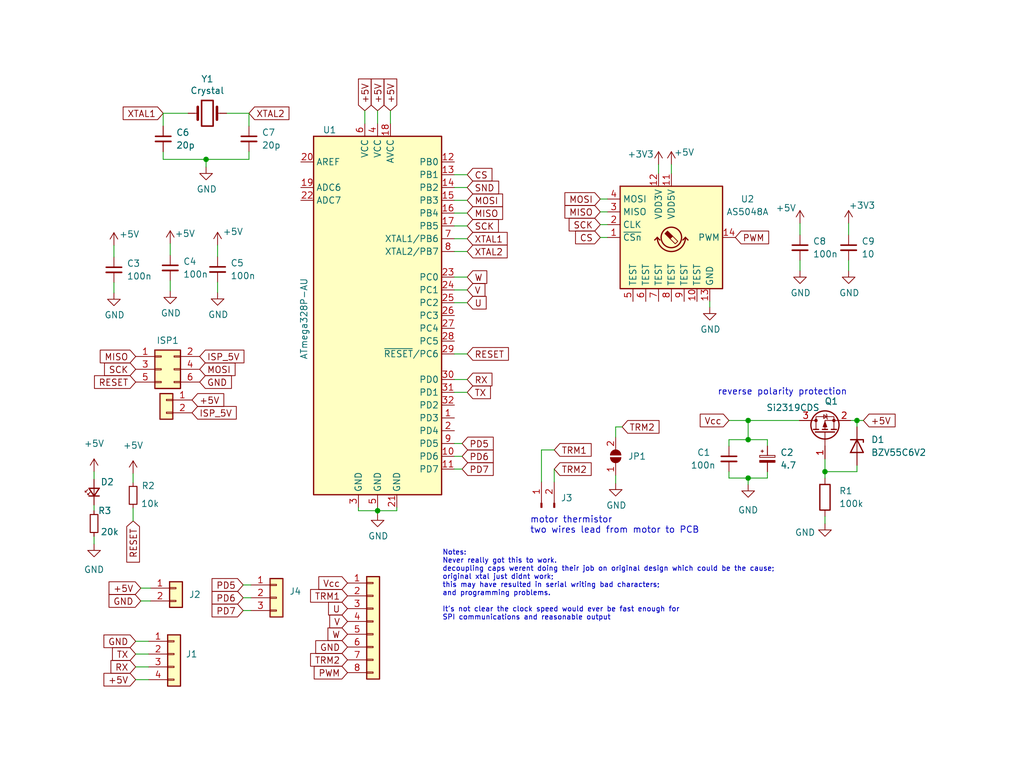
<source format=kicad_sch>
(kicad_sch (version 20211123) (generator eeschema)
  (paper "User" 203.2 152.4)
  (lib_symbols
    (symbol "Connector:Conn_01x02_Male" (pin_names (offset 1.016) hide)
      (property "Reference" "J" (at 0 2.54 0))
      (property "Value" "Conn_01x02_Male" (at 0 -5.08 0))
      (symbol "Conn_01x02_Male_1_1"
        (polyline (pts (xy 1.27 -2.54) (xy 0.8636 -2.54)) (stroke (width 0.1524)))
        (polyline (pts (xy 1.27 0) (xy 0.8636 0)) (stroke (width 0.1524)))
        (rectangle (start 0.8636 -2.413) (end 0 -2.667) (stroke (width 0.1524)) (fill (type outline)))
        (rectangle (start 0.8636 0.127) (end 0 -0.127) (stroke (width 0.1524)) (fill (type outline)))
        (pin passive line (at 5.08 0 180) (length 3.81) (name "Pin_1") (number "1"))
        (pin passive line (at 5.08 -2.54 180) (length 3.81) (name "Pin_2") (number "2"))
      )
    )
    (symbol "Connector_Generic:Conn_01x02" (pin_names (offset 1.016) hide)
      (property "Reference" "J" (at 0 2.54 0))
      (property "Value" "Conn_01x02" (at 0 -5.08 0))
      (symbol "Conn_01x02_1_1"
        (rectangle (start -1.27 -2.413) (end 0 -2.667) (stroke (width 0.1524)))
        (rectangle (start -1.27 0.127) (end 0 -0.127) (stroke (width 0.1524)))
        (rectangle (start -1.27 1.27) (end 1.27 -3.81) (stroke (width 0.254)) (fill (type background)))
        (pin passive line (at -5.08 0 0) (length 3.81) (name "Pin_1") (number "1"))
        (pin passive line (at -5.08 -2.54 0) (length 3.81) (name "Pin_2") (number "2"))
      )
    )
    (symbol "Connector_Generic:Conn_01x03" (pin_names (offset 1.016) hide)
      (property "Reference" "J" (at 0 5.08 0))
      (property "Value" "Conn_01x03" (at 0 -5.08 0))
      (symbol "Conn_01x03_1_1"
        (rectangle (start -1.27 -2.413) (end 0 -2.667) (stroke (width 0.1524)))
        (rectangle (start -1.27 0.127) (end 0 -0.127) (stroke (width 0.1524)))
        (rectangle (start -1.27 2.667) (end 0 2.413) (stroke (width 0.1524)))
        (rectangle (start -1.27 3.81) (end 1.27 -3.81) (stroke (width 0.254)) (fill (type background)))
        (pin passive line (at -5.08 2.54 0) (length 3.81) (name "Pin_1") (number "1"))
        (pin passive line (at -5.08 0 0) (length 3.81) (name "Pin_2") (number "2"))
        (pin passive line (at -5.08 -2.54 0) (length 3.81) (name "Pin_3") (number "3"))
      )
    )
    (symbol "Connector_Generic:Conn_01x04" (pin_names (offset 1.016) hide)
      (property "Reference" "J" (at 0 5.08 0))
      (property "Value" "Conn_01x04" (at 0 -7.62 0))
      (symbol "Conn_01x04_1_1"
        (rectangle (start -1.27 -4.953) (end 0 -5.207) (stroke (width 0.1524)))
        (rectangle (start -1.27 -2.413) (end 0 -2.667) (stroke (width 0.1524)))
        (rectangle (start -1.27 0.127) (end 0 -0.127) (stroke (width 0.1524)))
        (rectangle (start -1.27 2.667) (end 0 2.413) (stroke (width 0.1524)))
        (rectangle (start -1.27 3.81) (end 1.27 -6.35) (stroke (width 0.254)) (fill (type background)))
        (pin passive line (at -5.08 2.54 0) (length 3.81) (name "Pin_1") (number "1"))
        (pin passive line (at -5.08 0 0) (length 3.81) (name "Pin_2") (number "2"))
        (pin passive line (at -5.08 -2.54 0) (length 3.81) (name "Pin_3") (number "3"))
        (pin passive line (at -5.08 -5.08 0) (length 3.81) (name "Pin_4") (number "4"))
      )
    )
    (symbol "Connector_Generic:Conn_01x08" (pin_names (offset 1.016) hide)
      (property "Reference" "J" (at 0 10.16 0))
      (property "Value" "Conn_01x08" (at 0 -12.7 0))
      (symbol "Conn_01x08_1_1"
        (rectangle (start -1.27 -10.033) (end 0 -10.287) (stroke (width 0.1524)))
        (rectangle (start -1.27 -7.493) (end 0 -7.747) (stroke (width 0.1524)))
        (rectangle (start -1.27 -4.953) (end 0 -5.207) (stroke (width 0.1524)))
        (rectangle (start -1.27 -2.413) (end 0 -2.667) (stroke (width 0.1524)))
        (rectangle (start -1.27 0.127) (end 0 -0.127) (stroke (width 0.1524)))
        (rectangle (start -1.27 2.667) (end 0 2.413) (stroke (width 0.1524)))
        (rectangle (start -1.27 5.207) (end 0 4.953) (stroke (width 0.1524)))
        (rectangle (start -1.27 7.747) (end 0 7.493) (stroke (width 0.1524)))
        (rectangle (start -1.27 8.89) (end 1.27 -11.43) (stroke (width 0.254)) (fill (type background)))
        (pin passive line (at -5.08 7.62 0) (length 3.81) (name "Pin_1") (number "1"))
        (pin passive line (at -5.08 5.08 0) (length 3.81) (name "Pin_2") (number "2"))
        (pin passive line (at -5.08 2.54 0) (length 3.81) (name "Pin_3") (number "3"))
        (pin passive line (at -5.08 0 0) (length 3.81) (name "Pin_4") (number "4"))
        (pin passive line (at -5.08 -2.54 0) (length 3.81) (name "Pin_5") (number "5"))
        (pin passive line (at -5.08 -5.08 0) (length 3.81) (name "Pin_6") (number "6"))
        (pin passive line (at -5.08 -7.62 0) (length 3.81) (name "Pin_7") (number "7"))
        (pin passive line (at -5.08 -10.16 0) (length 3.81) (name "Pin_8") (number "8"))
      )
    )
    (symbol "Connector_Generic:Conn_02x03_Odd_Even" (pin_names (offset 1.016) hide)
      (property "Reference" "ISP1" (at 1.27 5.715 0))
      (symbol "Conn_02x03_Odd_Even_1_1"
        (rectangle (start -1.27 -2.413) (end 0 -2.667) (stroke (width 0.1524)))
        (rectangle (start -1.27 0.127) (end 0 -0.127) (stroke (width 0.1524)))
        (rectangle (start -1.27 2.667) (end 0 2.413) (stroke (width 0.1524)))
        (rectangle (start -1.27 3.81) (end 3.81 -3.81) (stroke (width 0.254)) (fill (type background)))
        (rectangle (start 3.81 -2.413) (end 2.54 -2.667) (stroke (width 0.1524)))
        (rectangle (start 3.81 0.127) (end 2.54 -0.127) (stroke (width 0.1524)))
        (rectangle (start 3.81 2.667) (end 2.54 2.413) (stroke (width 0.1524)))
        (pin passive line (at -5.08 2.54 0) (length 3.81) (name "Pin_1") (number "1"))
        (pin passive line (at 7.62 2.54 180) (length 3.81) (name "Pin_2") (number "2"))
        (pin passive line (at -5.08 0 0) (length 3.81) (name "Pin_3") (number "3"))
        (pin passive line (at 7.62 0 180) (length 3.81) (name "Pin_4") (number "4"))
        (pin passive line (at -5.08 -2.54 0) (length 3.81) (name "Pin_5") (number "5"))
        (pin passive line (at 7.62 -2.54 180) (length 3.81) (name "Pin_6") (number "6"))
      )
    )
    (symbol "Device:C_Polarized_Small" (pin_numbers hide) (pin_names (offset 0.254) hide)
      (property "Reference" "C" (at 0.254 1.778 0))
      (property "Value" "C_Polarized_Small" (at 0.254 -2.032 0))
      (symbol "C_Polarized_Small_0_1"
        (rectangle (start -1.524 -0.3048) (end 1.524 -0.6858) (fill (type outline)))
        (rectangle (start -1.524 0.6858) (end 1.524 0.3048))
        (polyline (pts (xy -1.27 1.524) (xy -0.762 1.524)))
        (polyline (pts (xy -1.016 1.27) (xy -1.016 1.778)))
      )
      (symbol "C_Polarized_Small_1_1"
        (pin passive line (at 0 2.54 270) (length 1.8542) (name "~") (number "1"))
        (pin passive line (at 0 -2.54 90) (length 1.8542) (name "~") (number "2"))
      )
    )
    (symbol "Device:C_Small" (pin_numbers hide) (pin_names (offset 0.254) hide)
      (property "Reference" "C" (at 0.254 1.778 0))
      (property "Value" "C_Small" (at 0.254 -2.032 0))
      (symbol "C_Small_0_1"
        (polyline (pts (xy -1.524 -0.508) (xy 1.524 -0.508)) (stroke (width 0.3302)))
        (polyline (pts (xy -1.524 0.508) (xy 1.524 0.508)) (stroke (width 0.3048)))
      )
      (symbol "C_Small_1_1"
        (pin passive line (at 0 2.54 270) (length 2.032) (name "~") (number "1"))
        (pin passive line (at 0 -2.54 90) (length 2.032) (name "~") (number "2"))
      )
    )
    (symbol "Device:Crystal" (pin_numbers hide) (pin_names (offset 1.016) hide)
      (property "Reference" "Y" (at 0 3.81 0))
      (property "Value" "Crystal" (at 0 -3.81 0))
      (symbol "Crystal_0_1"
        (rectangle (start -1.143 2.54) (end 1.143 -2.54) (stroke (width 0.3048)))
        (polyline (pts (xy -2.54 0) (xy -1.905 0)))
        (polyline (pts (xy -1.905 -1.27) (xy -1.905 1.27)) (stroke (width 0.508)))
        (polyline (pts (xy 1.905 -1.27) (xy 1.905 1.27)) (stroke (width 0.508)))
        (polyline (pts (xy 2.54 0) (xy 1.905 0)))
      )
      (symbol "Crystal_1_1"
        (pin passive line (at -3.81 0 0) (length 1.27) (name "1") (number "1"))
        (pin passive line (at 3.81 0 180) (length 1.27) (name "2") (number "2"))
      )
    )
    (symbol "Device:LED_Small" (pin_numbers hide) (pin_names (offset 0.254) hide)
      (property "Reference" "D" (at -1.27 3.175 0))
      (property "Value" "LED_Small" (at -4.445 -2.54 0))
      (symbol "LED_Small_0_1"
        (polyline (pts (xy -0.762 -1.016) (xy -0.762 1.016)) (stroke (width 0.254)))
        (polyline (pts (xy 1.016 0) (xy -0.762 0)))
        (polyline (pts (xy 0.762 -1.016) (xy -0.762 0) (xy 0.762 1.016) (xy 0.762 -1.016)) (stroke (width 0.254)))
        (polyline (pts (xy 0 0.762) (xy -0.508 1.27) (xy -0.254 1.27) (xy -0.508 1.27) (xy -0.508 1.016)))
        (polyline (pts (xy 0.508 1.27) (xy 0 1.778) (xy 0.254 1.778) (xy 0 1.778) (xy 0 1.524)))
      )
      (symbol "LED_Small_1_1"
        (pin passive line (at -2.54 0 0) (length 1.778) (name "K") (number "1"))
        (pin passive line (at 2.54 0 180) (length 1.778) (name "A") (number "2"))
      )
    )
    (symbol "Device:R" (pin_numbers hide) (pin_names (offset 0))
      (property "Reference" "R" (at 2.032 0 90))
      (property "Value" "R" (at 0 0 90))
      (symbol "R_0_1"
        (rectangle (start -1.016 -2.54) (end 1.016 2.54) (stroke (width 0.254)))
      )
      (symbol "R_1_1"
        (pin passive line (at 0 3.81 270) (length 1.27) (name "~") (number "1"))
        (pin passive line (at 0 -3.81 90) (length 1.27) (name "~") (number "2"))
      )
    )
    (symbol "Device:R_Small" (pin_numbers hide) (pin_names (offset 0.254) hide)
      (property "Reference" "R" (at 0.762 0.508 0))
      (property "Value" "R_Small" (at 0.762 -1.016 0))
      (symbol "R_Small_0_1"
        (rectangle (start -0.762 1.778) (end 0.762 -1.778) (stroke (width 0.2032)))
      )
      (symbol "R_Small_1_1"
        (pin passive line (at 0 2.54 270) (length 0.762) (name "~") (number "1"))
        (pin passive line (at 0 -2.54 90) (length 0.762) (name "~") (number "2"))
      )
    )
    (symbol "Diode:BZV55B10" (pin_numbers hide) (pin_names hide)
      (property "Reference" "D" (at 0 2.54 0))
      (property "Value" "BZV55B10" (at 0 -2.54 0))
      (symbol "BZV55B10_0_1"
        (polyline (pts (xy 1.27 0) (xy -1.27 0)))
        (polyline (pts (xy -1.27 -1.27) (xy -1.27 1.27) (xy -0.762 1.27)) (stroke (width 0.254)))
        (polyline (pts (xy 1.27 -1.27) (xy 1.27 1.27) (xy -1.27 0) (xy 1.27 -1.27)) (stroke (width 0.254)))
      )
      (symbol "BZV55B10_1_1"
        (pin passive line (at -3.81 0 0) (length 2.54) (name "K") (number "1"))
        (pin passive line (at 3.81 0 180) (length 2.54) (name "A") (number "2"))
      )
    )
    (symbol "Jumper:SolderJumper_2_Open" (pin_names (offset 0) hide)
      (property "Reference" "JP" (at 0 2.032 0))
      (property "Value" "SolderJumper_2_Open" (at 0 -2.54 0))
      (symbol "SolderJumper_2_Open_0_1"
        (arc (start -0.254 1.016) (mid -1.27 0) (end -0.254 -1.016))
        (arc (start -0.254 1.016) (mid -1.27 0) (end -0.254 -1.016) (fill (type outline)))
        (polyline (pts (xy -0.254 1.016) (xy -0.254 -1.016)))
        (polyline (pts (xy 0.254 1.016) (xy 0.254 -1.016)))
        (arc (start 0.254 -1.016) (mid 1.27 0) (end 0.254 1.016))
        (arc (start 0.254 -1.016) (mid 1.27 0) (end 0.254 1.016) (fill (type outline)))
      )
      (symbol "SolderJumper_2_Open_1_1"
        (pin passive line (at -3.81 0 0) (length 2.54) (name "A") (number "1"))
        (pin passive line (at 3.81 0 180) (length 2.54) (name "B") (number "2"))
      )
    )
    (symbol "Sensor_Magnetic:AS5048A"
      (property "Reference" "U" (at -10.16 11.43 0))
      (property "Value" "AS5048A" (at 10.16 11.43 0))
      (symbol "AS5048A_0_1"
        (rectangle (start -10.16 10.16) (end 10.16 -10.16) (stroke (width 0.254)) (fill (type background)))
        (arc (start -2.794 0) (mid 0 -2.794) (end 2.794 0) (stroke (width 0.254)))
        (polyline (pts (xy -2.794 0) (xy -3.302 -0.508)) (stroke (width 0.254)))
        (polyline (pts (xy -2.794 0) (xy -2.286 -0.508)) (stroke (width 0.254)))
        (polyline (pts (xy 2.794 0) (xy 2.286 -0.508)) (stroke (width 0.254)))
        (polyline (pts (xy 2.794 0) (xy 3.302 -0.508)) (stroke (width 0.254)))
      )
      (symbol "AS5048A_1_1"
        (polyline (pts (xy 0.254 0.254) (xy 1.27 -0.762) (xy 0.762 -1.27) (xy -0.254 -0.254)))
        (polyline (pts (xy -0.762 1.27) (xy 0.254 0.254) (xy -0.254 -0.254) (xy -1.27 0.762) (xy -1.016 1.016) (xy -0.762 1.27) (xy -0.635 1.143)) (fill (type outline)))
        (circle (center 0 0) (radius 2.032) (stroke (width 0.254)))
        (pin input line (at -12.7 0 0) (length 2.54) (name "~{CSn}") (number "1"))
        (pin passive line (at 5.08 -12.7 90) (length 2.54) (name "TEST") (number "10"))
        (pin power_in line (at 0 12.7 270) (length 2.54) (name "VDD5V") (number "11"))
        (pin power_in line (at -2.54 12.7 270) (length 2.54) (name "VDD3V") (number "12"))
        (pin power_in line (at 7.62 -12.7 90) (length 2.54) (name "GND") (number "13"))
        (pin output line (at 12.7 0 180) (length 2.54) (name "PWM") (number "14"))
        (pin input line (at -12.7 2.54 0) (length 2.54) (name "CLK") (number "2"))
        (pin output line (at -12.7 5.08 0) (length 2.54) (name "MISO") (number "3"))
        (pin input line (at -12.7 7.62 0) (length 2.54) (name "MOSI") (number "4"))
        (pin passive line (at -7.62 -12.7 90) (length 2.54) (name "TEST") (number "5"))
        (pin passive line (at -5.08 -12.7 90) (length 2.54) (name "TEST") (number "6"))
        (pin passive line (at -2.54 -12.7 90) (length 2.54) (name "TEST") (number "7"))
        (pin passive line (at 0 -12.7 90) (length 2.54) (name "TEST") (number "8"))
        (pin passive line (at 2.54 -12.7 90) (length 2.54) (name "TEST") (number "9"))
      )
    )
    (symbol "Transistor_FET:Si2319CDS" (pin_names hide)
      (property "Reference" "Q" (at 5.08 1.905 0))
      (property "Value" "Si2319CDS" (at 5.08 0 0))
      (symbol "Si2319CDS_0_1"
        (polyline (pts (xy 0.254 0) (xy -2.54 0)))
        (polyline (pts (xy 0.254 1.905) (xy 0.254 -1.905)) (stroke (width 0.254)))
        (polyline (pts (xy 0.762 -1.27) (xy 0.762 -2.286)) (stroke (width 0.254)))
        (polyline (pts (xy 0.762 0.508) (xy 0.762 -0.508)) (stroke (width 0.254)))
        (polyline (pts (xy 0.762 2.286) (xy 0.762 1.27)) (stroke (width 0.254)))
        (polyline (pts (xy 2.54 2.54) (xy 2.54 1.778)))
        (polyline (pts (xy 2.54 -2.54) (xy 2.54 0) (xy 0.762 0)))
        (polyline (pts (xy 0.762 1.778) (xy 3.302 1.778) (xy 3.302 -1.778) (xy 0.762 -1.778)))
        (polyline (pts (xy 2.286 0) (xy 1.27 0.381) (xy 1.27 -0.381) (xy 2.286 0)) (fill (type outline)))
        (polyline (pts (xy 2.794 -0.508) (xy 2.921 -0.381) (xy 3.683 -0.381) (xy 3.81 -0.254)))
        (polyline (pts (xy 3.302 -0.381) (xy 2.921 0.254) (xy 3.683 0.254) (xy 3.302 -0.381)))
        (circle (center 1.651 0) (radius 2.794) (stroke (width 0.254)))
        (circle (center 2.54 -1.778) (radius 0.254) (fill (type outline)))
        (circle (center 2.54 1.778) (radius 0.254) (fill (type outline)))
      )
      (symbol "Si2319CDS_1_1"
        (pin input line (at -5.08 0 0) (length 2.54) (name "G") (number "1"))
        (pin passive line (at 2.54 -5.08 90) (length 2.54) (name "S") (number "2"))
        (pin passive line (at 2.54 5.08 270) (length 2.54) (name "D") (number "3"))
      )
    )
    (symbol "atmega328-rescue:ATmega328P-AU-MCU_Microchip_ATmega"
      (property "Reference" "U" (at -12.7 36.83 0))
      (property "Value" "ATmega328P-AU-MCU_Microchip_ATmega" (at 11.43 -36.83 0))
      (symbol "ATmega328P-AU-MCU_Microchip_ATmega_0_1"
        (rectangle (start -12.7 -35.56) (end 12.7 35.56) (stroke (width 0.254)) (fill (type background)))
      )
      (symbol "ATmega328P-AU-MCU_Microchip_ATmega_1_1"
        (pin bidirectional line (at 15.24 -20.32 180) (length 2.54) (name "PD3") (number "1"))
        (pin bidirectional line (at 15.24 -27.94 180) (length 2.54) (name "PD6") (number "10"))
        (pin bidirectional line (at 15.24 -30.48 180) (length 2.54) (name "PD7") (number "11"))
        (pin bidirectional line (at 15.24 30.48 180) (length 2.54) (name "PB0") (number "12"))
        (pin bidirectional line (at 15.24 27.94 180) (length 2.54) (name "PB1") (number "13"))
        (pin bidirectional line (at 15.24 25.4 180) (length 2.54) (name "PB2") (number "14"))
        (pin bidirectional line (at 15.24 22.86 180) (length 2.54) (name "PB3") (number "15"))
        (pin bidirectional line (at 15.24 20.32 180) (length 2.54) (name "PB4") (number "16"))
        (pin bidirectional line (at 15.24 17.78 180) (length 2.54) (name "PB5") (number "17"))
        (pin power_in line (at 2.54 38.1 270) (length 2.54) (name "AVCC") (number "18"))
        (pin input line (at -15.24 25.4 0) (length 2.54) (name "ADC6") (number "19"))
        (pin bidirectional line (at 15.24 -22.86 180) (length 2.54) (name "PD4") (number "2"))
        (pin passive line (at -15.24 30.48 0) (length 2.54) (name "AREF") (number "20"))
        (pin passive line (at 3.81 -38.1 90) (length 2.54) (name "GND") (number "21"))
        (pin input line (at -15.24 22.86 0) (length 2.54) (name "ADC7") (number "22"))
        (pin bidirectional line (at 15.24 7.62 180) (length 2.54) (name "PC0") (number "23"))
        (pin bidirectional line (at 15.24 5.08 180) (length 2.54) (name "PC1") (number "24"))
        (pin bidirectional line (at 15.24 2.54 180) (length 2.54) (name "PC2") (number "25"))
        (pin bidirectional line (at 15.24 0 180) (length 2.54) (name "PC3") (number "26"))
        (pin bidirectional line (at 15.24 -2.54 180) (length 2.54) (name "PC4") (number "27"))
        (pin bidirectional line (at 15.24 -5.08 180) (length 2.54) (name "PC5") (number "28"))
        (pin bidirectional line (at 15.24 -7.62 180) (length 2.54) (name "~{RESET}/PC6") (number "29"))
        (pin power_in line (at -3.81 -38.1 90) (length 2.54) (name "GND") (number "3"))
        (pin bidirectional line (at 15.24 -12.7 180) (length 2.54) (name "PD0") (number "30"))
        (pin bidirectional line (at 15.24 -15.24 180) (length 2.54) (name "PD1") (number "31"))
        (pin bidirectional line (at 15.24 -17.78 180) (length 2.54) (name "PD2") (number "32"))
        (pin power_in line (at 0 38.1 270) (length 2.54) (name "VCC") (number "4"))
        (pin passive line (at 0 -38.1 90) (length 2.54) (name "GND") (number "5"))
        (pin passive line (at -2.54 38.1 270) (length 2.54) (name "VCC") (number "6"))
        (pin bidirectional line (at 15.24 15.24 180) (length 2.54) (name "XTAL1/PB6") (number "7"))
        (pin bidirectional line (at 15.24 12.7 180) (length 2.54) (name "XTAL2/PB7") (number "8"))
        (pin bidirectional line (at 15.24 -25.4 180) (length 2.54) (name "PD5") (number "9"))
      )
    )
    (symbol "power:+3V3" (power) (pin_names (offset 0))
      (property "Value" "+3V3" (at 0 3.556 0))
      (symbol "+3V3_0_1"
        (polyline (pts (xy -0.762 1.27) (xy 0 2.54)))
        (polyline (pts (xy 0 0) (xy 0 2.54)))
        (polyline (pts (xy 0 2.54) (xy 0.762 1.27)))
      )
      (symbol "+3V3_1_1"
        (pin power_in line (at 0 0 90) (length 0) hide (name "+3V3") (number "1"))
      )
    )
    (symbol "power:+5V" (power) (pin_names (offset 0))
      (property "Value" "+5V" (at 0 3.556 0))
      (symbol "+5V_0_1"
        (polyline (pts (xy -0.762 1.27) (xy 0 2.54)))
        (polyline (pts (xy 0 0) (xy 0 2.54)))
        (polyline (pts (xy 0 2.54) (xy 0.762 1.27)))
      )
      (symbol "+5V_1_1"
        (pin power_in line (at 0 0 90) (length 0) hide (name "+5V") (number "1"))
      )
    )
    (symbol "power:GND" (power) (pin_names (offset 0))
      (property "Value" "GND" (at 0 -3.81 0))
      (symbol "GND_0_1"
        (polyline (pts (xy 0 0) (xy 0 -1.27) (xy 1.27 -1.27) (xy 0 -2.54) (xy -1.27 -1.27) (xy 0 -1.27)))
      )
      (symbol "GND_1_1"
        (pin power_in line (at 0 0 270) (length 0) hide (name "GND") (number "1"))
      )
    )
  )
  (junction (at 163.703 93.599))
  (junction (at 40.894 31.623))
  (junction (at 148.463 87.249))
  (junction (at 170.053 83.439))
  (junction (at 74.93 101.346))
  (junction (at 148.463 83.439))
  (junction (at 148.463 94.869))
  (wire (pts (xy 33.782 55.7012) (xy 33.782 57.7332)))
  (wire (pts (xy 122.174 84.709) (xy 122.174 86.741)))
  (wire (pts (xy 43.18 56.007) (xy 43.18 58.039)))
  (wire (pts (xy 163.703 93.599) (xy 163.703 94.869)))
  (wire (pts (xy 152.273 88.519) (xy 152.273 87.249)))
  (wire (pts (xy 92.71 34.671) (xy 90.17 34.671)))
  (wire (pts (xy 92.71 77.851) (xy 90.17 77.851)))
  (wire (pts (xy 32.385 31.623) (xy 40.894 31.623)))
  (wire (pts (xy 26.924 134.874) (xy 29.464 134.874)))
  (wire (pts (xy 92.71 49.911) (xy 90.17 49.911)))
  (wire (pts (xy 18.669 100.203) (xy 18.669 101.346)))
  (wire (pts (xy 92.71 75.311) (xy 90.17 75.311)))
  (wire (pts (xy 49.784 121.158) (xy 48.26 121.158)))
  (wire (pts (xy 92.71 39.751) (xy 90.17 39.751)))
  (wire (pts (xy 144.653 83.439) (xy 148.463 83.439)))
  (wire (pts (xy 71.12 100.711) (xy 71.12 101.346)))
  (wire (pts (xy 144.653 88.519) (xy 144.653 87.249)))
  (wire (pts (xy 32.385 22.479) (xy 37.338 22.479)))
  (wire (pts (xy 33.782 48.3352) (xy 33.782 50.6212)))
  (wire (pts (xy 74.93 101.346) (xy 74.93 100.711)))
  (wire (pts (xy 148.463 83.439) (xy 158.623 83.439)))
  (wire (pts (xy 26.416 103.378) (xy 26.416 100.838)))
  (wire (pts (xy 32.385 25.019) (xy 32.385 22.479)))
  (wire (pts (xy 90.17 57.531) (xy 92.71 57.531)))
  (wire (pts (xy 133.223 32.639) (xy 133.223 34.417)))
  (wire (pts (xy 109.982 93.091) (xy 109.982 95.631)))
  (wire (pts (xy 148.463 94.869) (xy 152.273 94.869)))
  (wire (pts (xy 26.416 93.98) (xy 26.416 95.758)))
  (wire (pts (xy 32.385 30.099) (xy 32.385 31.623)))
  (wire (pts (xy 144.653 93.599) (xy 144.653 94.869)))
  (wire (pts (xy 148.463 94.869) (xy 148.463 96.139)))
  (wire (pts (xy 49.403 31.623) (xy 49.403 30.099)))
  (wire (pts (xy 170.053 83.439) (xy 171.323 83.439)))
  (wire (pts (xy 170.053 92.329) (xy 170.053 93.599)))
  (wire (pts (xy 18.669 93.599) (xy 18.669 95.123)))
  (wire (pts (xy 119.126 47.117) (xy 120.523 47.117)))
  (wire (pts (xy 170.053 83.439) (xy 170.053 84.709)))
  (wire (pts (xy 152.273 94.869) (xy 152.273 93.599)))
  (wire (pts (xy 123.444 84.709) (xy 122.174 84.709)))
  (wire (pts (xy 92.71 42.291) (xy 90.17 42.291)))
  (wire (pts (xy 90.17 60.071) (xy 92.71 60.071)))
  (wire (pts (xy 158.75 44.323) (xy 158.75 46.609)))
  (wire (pts (xy 90.17 93.091) (xy 91.694 93.091)))
  (wire (pts (xy 40.894 31.623) (xy 40.894 33.147)))
  (wire (pts (xy 144.653 87.249) (xy 148.463 87.249)))
  (wire (pts (xy 71.12 101.346) (xy 74.93 101.346)))
  (wire (pts (xy 92.71 70.231) (xy 90.17 70.231)))
  (wire (pts (xy 22.606 48.7162) (xy 22.606 51.0022)))
  (wire (pts (xy 92.71 37.211) (xy 90.17 37.211)))
  (wire (pts (xy 168.783 83.439) (xy 170.053 83.439)))
  (wire (pts (xy 122.174 94.361) (xy 122.174 95.885)))
  (wire (pts (xy 158.75 51.689) (xy 158.75 53.721)))
  (wire (pts (xy 49.403 22.479) (xy 44.958 22.479)))
  (wire (pts (xy 26.924 129.794) (xy 29.464 129.794)))
  (wire (pts (xy 77.47 21.971) (xy 77.47 24.511)))
  (wire (pts (xy 119.126 42.037) (xy 120.523 42.037)))
  (wire (pts (xy 130.683 32.639) (xy 130.683 34.417)))
  (wire (pts (xy 49.403 25.019) (xy 49.403 22.479)))
  (wire (pts (xy 27.94 116.713) (xy 29.845 116.713)))
  (wire (pts (xy 90.17 90.551) (xy 91.694 90.551)))
  (wire (pts (xy 27.94 119.253) (xy 29.845 119.253)))
  (wire (pts (xy 168.402 51.689) (xy 168.402 53.721)))
  (wire (pts (xy 92.71 47.371) (xy 90.17 47.371)))
  (wire (pts (xy 72.39 24.511) (xy 72.39 21.971)))
  (wire (pts (xy 90.17 88.011) (xy 91.694 88.011)))
  (wire (pts (xy 107.442 89.281) (xy 107.442 95.631)))
  (wire (pts (xy 168.402 44.323) (xy 168.402 46.609)))
  (wire (pts (xy 74.93 101.981) (xy 74.93 101.346)))
  (wire (pts (xy 43.18 48.641) (xy 43.18 50.927)))
  (wire (pts (xy 163.703 91.059) (xy 163.703 93.599)))
  (wire (pts (xy 109.982 89.281) (xy 107.442 89.281)))
  (wire (pts (xy 26.924 127.254) (xy 29.464 127.254)))
  (wire (pts (xy 163.703 93.599) (xy 170.053 93.599)))
  (wire (pts (xy 163.703 102.489) (xy 163.703 103.886)))
  (wire (pts (xy 92.71 44.831) (xy 90.17 44.831)))
  (wire (pts (xy 78.74 101.346) (xy 74.93 101.346)))
  (wire (pts (xy 144.653 94.869) (xy 148.463 94.869)))
  (wire (pts (xy 148.463 83.439) (xy 148.463 87.249)))
  (wire (pts (xy 22.606 56.0822) (xy 22.606 58.1142)))
  (wire (pts (xy 49.784 118.618) (xy 48.26 118.618)))
  (wire (pts (xy 148.463 87.249) (xy 152.273 87.249)))
  (wire (pts (xy 119.126 44.577) (xy 120.523 44.577)))
  (wire (pts (xy 49.784 116.078) (xy 48.26 116.078)))
  (wire (pts (xy 92.71 54.991) (xy 90.17 54.991)))
  (wire (pts (xy 74.93 21.971) (xy 74.93 24.511)))
  (wire (pts (xy 119.126 39.497) (xy 120.523 39.497)))
  (wire (pts (xy 26.924 132.334) (xy 29.464 132.334)))
  (wire (pts (xy 140.843 59.817) (xy 140.843 60.96)))
  (wire (pts (xy 78.74 100.711) (xy 78.74 101.346)))
  (wire (pts (xy 40.894 31.623) (xy 49.403 31.623)))
  (wire (pts (xy 18.669 106.426) (xy 18.669 107.95)))
  (text "motor thermistor\ntwo wires lead from motor to PCB" (at 105.156 106.045 0) (effects (font (size 1.27 1.27)) (justify left bottom)))
  (text "reverse polarity protection" (at 142.367 78.613 0) (effects (font (size 1.27 1.27)) (justify left bottom)))
  (text "Notes:\nNever really got this to work. \ndecoupling caps werent doing their job on original design which could be the cause;\noriginal xtal just didnt work;\nthis may have resulted in serial writing bad characters;\nand programming problems. \n\nIt's not clear the clock speed would ever be fast enough for\nSPI communications and reasonable output\n\n" (at 87.757 124.841 0) (effects (font (size 1 1)) (justify left bottom)))
  (global_label "SND" (shape input) (at 92.71 37.211 0) (property "Intersheet References" "${INTERSHEET_REFS}" (effects hide)))
  (global_label "+5V" (shape input) (at 72.39 21.971 90) (property "Intersheet References" "${INTERSHEET_REFS}" (effects hide)))
  (global_label "RESET" (shape input) (at 92.71 70.231 0) (property "Intersheet References" "${INTERSHEET_REFS}" (effects hide)))
  (global_label "MISO" (shape input) (at 119.126 42.037 180) (property "Intersheet References" "${INTERSHEET_REFS}" (effects hide)))
  (global_label "PD7" (shape input) (at 48.26 121.158 180) (property "Intersheet References" "${INTERSHEET_REFS}" (effects hide)))
  (global_label "SCK" (shape input) (at 92.71 44.831 0) (property "Intersheet References" "${INTERSHEET_REFS}" (effects hide)))
  (global_label "V" (shape input) (at 68.961 123.317 180) (property "Intersheet References" "${INTERSHEET_REFS}" (effects hide)))
  (global_label "Vcc" (shape input) (at 144.653 83.439 180) (property "Intersheet References" "${INTERSHEET_REFS}" (effects hide)))
  (global_label "PWM" (shape input) (at 68.961 133.477 180) (property "Intersheet References" "${INTERSHEET_REFS}" (effects hide)))
  (global_label "MOSI" (shape input) (at 119.126 39.497 180) (property "Intersheet References" "${INTERSHEET_REFS}" (effects hide)))
  (global_label "ISP_5V" (shape input) (at 38.1 81.915 0) (property "Intersheet References" "${INTERSHEET_REFS}" (effects hide)))
  (global_label "GND" (shape input) (at 27.94 119.253 180) (property "Intersheet References" "${INTERSHEET_REFS}" (effects hide)))
  (global_label "+5V" (shape input) (at 74.93 21.971 90) (property "Intersheet References" "${INTERSHEET_REFS}" (effects hide)))
  (global_label "+5V" (shape input) (at 77.47 21.971 90) (property "Intersheet References" "${INTERSHEET_REFS}" (effects hide)))
  (global_label "MISO" (shape input) (at 92.71 42.291 0) (property "Intersheet References" "${INTERSHEET_REFS}" (effects hide)))
  (global_label "TRM1" (shape input) (at 109.982 89.281 0) (property "Intersheet References" "${INTERSHEET_REFS}" (effects hide)))
  (global_label "U" (shape input) (at 92.71 60.071 0) (property "Intersheet References" "${INTERSHEET_REFS}" (effects hide)))
  (global_label "RX" (shape input) (at 92.71 75.311 0) (property "Intersheet References" "${INTERSHEET_REFS}" (effects hide)))
  (global_label "PWM" (shape input) (at 145.923 47.117 0) (property "Intersheet References" "${INTERSHEET_REFS}" (effects hide)))
  (global_label "RESET" (shape input) (at 26.416 103.378 270) (property "Intersheet References" "${INTERSHEET_REFS}" (effects hide)))
  (global_label "PD7" (shape input) (at 91.694 93.091 0) (property "Intersheet References" "${INTERSHEET_REFS}" (effects hide)))
  (global_label "XTAL1" (shape input) (at 32.385 22.479 180) (property "Intersheet References" "${INTERSHEET_REFS}" (effects hide)))
  (global_label "XTAL1" (shape input) (at 92.71 47.371 0) (property "Intersheet References" "${INTERSHEET_REFS}" (effects hide)))
  (global_label "CS" (shape input) (at 92.71 34.671 0) (property "Intersheet References" "${INTERSHEET_REFS}" (effects hide)))
  (global_label "GND" (shape input) (at 68.961 128.397 180) (property "Intersheet References" "${INTERSHEET_REFS}" (effects hide)))
  (global_label "PD5" (shape input) (at 91.694 88.011 0) (property "Intersheet References" "${INTERSHEET_REFS}" (effects hide)))
  (global_label "ISP_5V" (shape input) (at 39.624 70.739 0) (property "Intersheet References" "${INTERSHEET_REFS}" (effects hide)))
  (global_label "U" (shape input) (at 68.961 120.777 180) (property "Intersheet References" "${INTERSHEET_REFS}" (effects hide)))
  (global_label "SCK" (shape input) (at 119.126 44.577 180) (property "Intersheet References" "${INTERSHEET_REFS}" (effects hide)))
  (global_label "+5V" (shape input) (at 27.94 116.713 180) (property "Intersheet References" "${INTERSHEET_REFS}" (effects hide)))
  (global_label "+5V" (shape input) (at 26.924 134.874 180) (property "Intersheet References" "${INTERSHEET_REFS}" (effects hide)))
  (global_label "TRM1" (shape input) (at 68.961 118.237 180) (property "Intersheet References" "${INTERSHEET_REFS}" (effects hide)))
  (global_label "TRM2" (shape input) (at 123.444 84.709 0) (property "Intersheet References" "${INTERSHEET_REFS}" (effects hide)))
  (global_label "GND" (shape input) (at 26.924 127.254 180) (property "Intersheet References" "${INTERSHEET_REFS}" (effects hide)))
  (global_label "XTAL2" (shape input) (at 92.71 49.911 0) (property "Intersheet References" "${INTERSHEET_REFS}" (effects hide)))
  (global_label "RX" (shape input) (at 26.924 132.334 180) (property "Intersheet References" "${INTERSHEET_REFS}" (effects hide)))
  (global_label "TX" (shape input) (at 92.71 77.851 0) (property "Intersheet References" "${INTERSHEET_REFS}" (effects hide)))
  (global_label "Vcc" (shape input) (at 68.961 115.697 180) (property "Intersheet References" "${INTERSHEET_REFS}" (effects hide)))
  (global_label "SCK" (shape input) (at 26.924 73.279 180) (property "Intersheet References" "${INTERSHEET_REFS}" (effects hide)))
  (global_label "TRM2" (shape input) (at 68.961 130.937 180) (property "Intersheet References" "${INTERSHEET_REFS}" (effects hide)))
  (global_label "MOSI" (shape input) (at 39.624 73.279 0) (property "Intersheet References" "${INTERSHEET_REFS}" (effects hide)))
  (global_label "+5V" (shape input) (at 38.1 79.375 0) (property "Intersheet References" "${INTERSHEET_REFS}" (effects hide)))
  (global_label "W" (shape input) (at 92.71 54.991 0) (property "Intersheet References" "${INTERSHEET_REFS}" (effects hide)))
  (global_label "PD6" (shape input) (at 48.26 118.618 180) (property "Intersheet References" "${INTERSHEET_REFS}" (effects hide)))
  (global_label "V" (shape input) (at 92.71 57.531 0) (property "Intersheet References" "${INTERSHEET_REFS}" (effects hide)))
  (global_label "RESET" (shape input) (at 26.924 75.819 180) (property "Intersheet References" "${INTERSHEET_REFS}" (effects hide)))
  (global_label "+5V" (shape input) (at 171.323 83.439 0) (property "Intersheet References" "${INTERSHEET_REFS}" (effects hide)))
  (global_label "MISO" (shape input) (at 26.924 70.739 180) (property "Intersheet References" "${INTERSHEET_REFS}" (effects hide)))
  (global_label "XTAL2" (shape input) (at 49.403 22.479 0) (property "Intersheet References" "${INTERSHEET_REFS}" (effects hide)))
  (global_label "PD6" (shape input) (at 91.694 90.551 0) (property "Intersheet References" "${INTERSHEET_REFS}" (effects hide)))
  (global_label "PD5" (shape input) (at 48.26 116.078 180) (property "Intersheet References" "${INTERSHEET_REFS}" (effects hide)))
  (global_label "GND" (shape input) (at 39.624 75.819 0) (property "Intersheet References" "${INTERSHEET_REFS}" (effects hide)))
  (global_label "TRM2" (shape input) (at 109.982 93.091 0) (property "Intersheet References" "${INTERSHEET_REFS}" (effects hide)))
  (global_label "TX" (shape input) (at 26.924 129.794 180) (property "Intersheet References" "${INTERSHEET_REFS}" (effects hide)))
  (global_label "W" (shape input) (at 68.961 125.857 180) (property "Intersheet References" "${INTERSHEET_REFS}" (effects hide)))
  (global_label "MOSI" (shape input) (at 92.71 39.751 0) (property "Intersheet References" "${INTERSHEET_REFS}" (effects hide)))
  (global_label "CS" (shape input) (at 119.126 47.117 180) (property "Intersheet References" "${INTERSHEET_REFS}" (effects hide)))
  (symbol (lib_id "atmega328-rescue:ATmega328P-AU-MCU_Microchip_ATmega") (at 74.93 62.611 0) (unit 1)
    (property "Reference" "U1" (at 65.405 25.781 0))
    (property "Value" "ATmega328P-AU" (at 60.325 63.246 90))
    (property "Footprint" "Package_QFP:TQFP-32_7x7mm_P0.8mm" (effects hide))
    (property "Datasheet" "http://ww1.microchip.com/downloads/en/DeviceDoc/ATmega328_P%20AVR%20MCU%20with%20picoPower%20Technology%20Data%20Sheet%2040001984A.pdf" (effects hide))
    (property "LCSC" "C14877" (effects hide))
  )
  (symbol (lib_id "Device:Crystal") (at 41.148 22.479 0) (unit 1)
    (property "Reference" "Y1" (at 41.148 15.6718 0))
    (property "Value" "Crystal" (at 41.148 17.9832 0))
    (property "Footprint" "Crystal:Crystal_SMD_5032-2Pin_5.0x3.2mm" (effects hide))
    (property "Datasheet" "https://datasheet.lcsc.com/lcsc/1811151425_TAE-Zhejiang-Abel-Elec-TAXM12M2QLFCDT1T_C122521.pdf" (effects hide))
    (property "LCSC" "C122521" (effects hide))
  )
  (symbol (lib_id "Connector_Generic:Conn_02x03_Odd_Even") (at 32.004 73.279 0) (unit 1) (in_bom no)
    (property "Reference" "ISP1" (at 33.274 67.564 0))
    (property "Value" "Conn_02x03_Top_Bottom" (effects hide))
    (property "Footprint" "Connector_PinSocket_2.54mm:isp_6pin" (effects hide))
  )
  (symbol (lib_id "power:GND") (at 40.894 33.147 0) (unit 1)
    (property "Reference" "#PWR0105" (effects hide))
    (property "Value" "GND" (at 41.021 37.5412 0))
  )
  (symbol (lib_id "power:GND") (at 74.93 101.981 0) (unit 1)
    (property "Reference" "#PWR0106" (effects hide))
    (property "Value" "GND" (at 75.057 106.3752 0))
  )
  (symbol (lib_id "power:GND") (at 22.606 58.1142 0) (unit 1)
    (property "Reference" "#PWR02" (effects hide))
    (property "Value" "GND" (at 22.733 62.5084 0))
  )
  (symbol (lib_id "Connector_Generic:Conn_01x04") (at 34.544 129.794 0) (unit 1) (in_bom no)
    (property "Reference" "J1" (at 36.83 129.7939 0) (effects (justify left)))
    (property "Value" "Conn_01x04" (effects hide))
    (property "Footprint" "Connector_PinHeader_2.54mm:PinHeader_1x04_P2.54mm_Vertical" (effects hide))
  )
  (symbol (lib_id "power:GND") (at 148.463 96.139 0) (unit 1)
    (property "Reference" "#PWR012" (effects hide))
    (property "Value" "GND" (at 148.463 101.219 0))
  )
  (symbol (lib_id "Device:C_Small") (at 158.75 49.149 0) (unit 1)
    (property "Reference" "C8" (at 161.29 47.879 0) (effects (justify left)))
    (property "Value" "100n" (at 161.29 50.419 0) (effects (justify left)))
    (property "Footprint" "Capacitor_SMD:C_0402_1005Metric" (effects hide))
    (property "Datasheet" "https://datasheet.lcsc.com/lcsc/1810191219_Samsung-Electro-Mechanics-CL05B104KO5NNNC_C1525.pdf" (effects hide))
    (property "LCSC" "C1525" (effects hide))
  )
  (symbol (lib_id "power:+5V") (at 43.18 48.641 0) (unit 1)
    (property "Reference" "#PWR014" (effects hide))
    (property "Value" "+5V" (at 46.228 45.974 0))
  )
  (symbol (lib_id "Device:C_Polarized_Small") (at 152.273 91.059 0) (unit 1)
    (property "Reference" "C2" (at 154.813 89.789 0) (effects (justify left)))
    (property "Value" "4.7" (at 154.813 92.329 0) (effects (justify left)))
    (property "Footprint" "Capacitor_Tantalum_SMD:CP_EIA-3216-18_Kemet-A" (effects hide))
    (property "Datasheet" "https://datasheet.lcsc.com/lcsc/1810191222_Samsung-Electro-Mechanics-CL05B104KB54PNC_C307331.pdf" (effects hide))
    (property "LCSC" "C110055" (effects hide))
  )
  (symbol (lib_id "power:+5V") (at 22.606 48.7162 0) (unit 1)
    (property "Reference" "#PWR01" (effects hide))
    (property "Value" "+5V" (at 25.654 46.482 0))
  )
  (symbol (lib_id "power:GND") (at 140.843 60.96 0) (unit 1)
    (property "Reference" "#PWR0102" (effects hide))
    (property "Value" "GND" (at 140.97 65.3542 0))
  )
  (symbol (lib_id "Device:C_Small") (at 144.653 91.059 0) (mirror y) (unit 1)
    (property "Reference" "C1" (at 138.303 89.789 0) (effects (justify right)))
    (property "Value" "100n" (at 137.033 92.329 0) (effects (justify right)))
    (property "Footprint" "Capacitor_SMD:C_0603_1608Metric" (effects hide))
    (property "LCSC" "C346191" (effects hide))
  )
  (symbol (lib_id "Connector_Generic:Conn_01x02") (at 33.02 79.375 0) (mirror y) (unit 1) (in_bom no)
    (property "Reference" "J6" (effects hide))
    (property "Value" "Conn_01x02" (effects hide))
    (property "Footprint" "Connector_PinHeader_2.54mm:PinHeader_1x02_P2.54mm_Vertical" (effects hide))
  )
  (symbol (lib_id "power:+3V3") (at 130.683 32.639 0) (unit 1)
    (property "Reference" "#PWR0107" (effects hide))
    (property "Value" "+3V3" (at 127.127 30.607 0))
  )
  (symbol (lib_id "Jumper:SolderJumper_2_Open") (at 122.174 90.551 90) (unit 1) (in_bom no)
    (property "Reference" "JP1" (at 124.587 90.5509 90) (effects (justify right)))
    (property "Value" "SolderJumper_2_Open" (effects hide))
    (property "Footprint" "Jumper:SolderJumper-2_P1.3mm_Open_Pad1.0x1.5mm" (effects hide))
  )
  (symbol (lib_id "Connector:Conn_01x02_Male") (at 107.442 100.711 90) (unit 1) (in_bom no)
    (property "Reference" "J3" (at 111.252 98.8059 90) (effects (justify right)))
    (property "Value" "Conn_01x02_Male" (effects hide))
    (property "Footprint" "Connector_PinHeader_2.54mm:PinHeader_1x02_P2.54mm_Vertical" (effects hide))
  )
  (symbol (lib_id "Connector_Generic:Conn_01x03") (at 54.864 118.618 0) (unit 1) (in_bom no)
    (property "Reference" "J4" (at 57.404 117.3479 0) (effects (justify left)))
    (property "Value" "Conn_01x03" (effects hide))
    (property "Footprint" "Connector_PinHeader_2.54mm:PinHeader_1x03_P2.54mm_Vertical" (effects hide))
  )
  (symbol (lib_id "Device:C_Small") (at 33.782 53.1612 0) (unit 1)
    (property "Reference" "C4" (at 36.322 51.8912 0) (effects (justify left)))
    (property "Value" "100n" (at 36.322 54.4312 0) (effects (justify left)))
    (property "Footprint" "Capacitor_SMD:C_0402_1005Metric" (effects hide))
    (property "Datasheet" "https://datasheet.lcsc.com/lcsc/1810191219_Samsung-Electro-Mechanics-CL05B104KO5NNNC_C1525.pdf" (effects hide))
    (property "LCSC" "C1525" (effects hide))
  )
  (symbol (lib_id "power:GND") (at 158.75 53.721 0) (unit 1)
    (property "Reference" "#PWR0103" (effects hide))
    (property "Value" "GND" (at 158.877 58.1152 0))
  )
  (symbol (lib_id "power:GND") (at 33.782 57.7332 0) (unit 1)
    (property "Reference" "#PWR08" (effects hide))
    (property "Value" "GND" (at 33.909 62.1274 0))
  )
  (symbol (lib_id "Connector_Generic:Conn_01x08") (at 74.041 123.317 0) (unit 1) (in_bom no)
    (property "Reference" "J5" (effects hide))
    (property "Value" "Conn_01x08" (effects hide))
    (property "Footprint" "Connector_PinHeader_2.54mm:PinHeader_1x08_P2.54mm_Vertical" (effects hide))
  )
  (symbol (lib_id "power:+5V") (at 158.75 44.323 0) (unit 1)
    (property "Reference" "#PWR0104" (effects hide))
    (property "Value" "+5V" (at 155.956 41.275 0))
  )
  (symbol (lib_id "Connector_Generic:Conn_01x02") (at 34.925 116.713 0) (unit 1) (in_bom no)
    (property "Reference" "J2" (at 37.465 117.9829 0) (effects (justify left)))
    (property "Value" "Conn_01x02" (effects hide))
    (property "Footprint" "Connector_PinHeader_2.54mm:myPinHeader_1x02_P2.54mm_Vertical" (effects hide))
  )
  (symbol (lib_id "power:GND") (at 18.669 107.95 0) (unit 1)
    (property "Reference" "#PWR010" (effects hide))
    (property "Value" "GND" (at 18.669 113.03 0))
  )
  (symbol (lib_id "power:+5V") (at 26.416 93.98 0) (unit 1)
    (property "Reference" "#PWR011" (effects hide))
    (property "Value" "+5V" (at 26.416 88.392 0))
  )
  (symbol (lib_id "power:GND") (at 122.174 95.885 0) (unit 1)
    (property "Reference" "#PWR0101" (effects hide))
    (property "Value" "GND" (at 122.301 100.2792 0))
  )
  (symbol (lib_id "Device:C_Small") (at 32.385 27.559 0) (unit 1)
    (property "Reference" "C6" (at 34.925 26.289 0) (effects (justify left)))
    (property "Value" "20p" (at 34.925 28.829 0) (effects (justify left)))
    (property "Footprint" "Capacitor_SMD:C_0402_1005Metric" (effects hide))
    (property "Datasheet" "https://datasheet.lcsc.com/lcsc/2010152035_CCTC-TCC0402COG200J500AT_C880615.pdf" (effects hide))
    (property "LCSC" "C76959" (effects hide))
  )
  (symbol (lib_id "Device:C_Small") (at 49.403 27.559 0) (unit 1)
    (property "Reference" "C7" (at 51.943 26.289 0) (effects (justify left)))
    (property "Value" "20p" (at 51.943 28.829 0) (effects (justify left)))
    (property "Footprint" "Capacitor_SMD:C_0402_1005Metric" (effects hide))
    (property "Datasheet" "https://datasheet.lcsc.com/lcsc/2010152035_CCTC-TCC0402COG200J500AT_C880615.pdf" (effects hide))
    (property "LCSC" "C76959" (effects hide))
  )
  (symbol (lib_id "power:GND") (at 163.703 103.886 0) (unit 1)
    (property "Reference" "#PWR013" (effects hide))
    (property "Value" "GND" (at 159.766 105.664 0))
  )
  (symbol (lib_id "power:+3V3") (at 168.402 44.323 0) (unit 1)
    (property "Reference" "#PWR03" (effects hide))
    (property "Value" "+3V3" (at 171.069 40.767 0))
  )
  (symbol (lib_id "Device:C_Small") (at 168.402 49.149 0) (unit 1)
    (property "Reference" "C9" (at 170.942 47.879 0) (effects (justify left)))
    (property "Value" "10" (at 170.942 50.419 0) (effects (justify left)))
    (property "Footprint" "Capacitor_SMD:C_0402_1005Metric" (effects hide))
    (property "Datasheet" "https://datasheet.lcsc.com/lcsc/1810191219_Samsung-Electro-Mechanics-CL05B104KO5NNNC_C1525.pdf" (effects hide))
    (property "LCSC" "C315248" (effects hide))
  )
  (symbol (lib_id "Diode:BZV55B10") (at 170.053 88.519 270) (unit 1)
    (property "Reference" "D1" (at 172.847 87.2489 90) (effects (justify left)))
    (property "Value" "BZV55C6V2" (at 172.847 89.7889 90) (effects (justify left)))
    (property "Footprint" "Diode_SMD:D_MiniMELF" (effects hide))
    (property "Datasheet" "https://assets.nexperia.com/documents/data-sheet/BZV55_SER.pdf" (effects hide))
    (property "LCSC" "C266263" (effects hide))
  )
  (symbol (lib_id "power:GND") (at 168.402 53.721 0) (unit 1)
    (property "Reference" "#PWR04" (effects hide))
    (property "Value" "GND" (at 168.529 58.1152 0))
  )
  (symbol (lib_id "Device:R_Small") (at 18.669 103.886 180) (unit 1)
    (property "Reference" "R3" (at 19.431 101.346 0) (effects (justify right)))
    (property "Value" "20k" (at 19.939 105.537 0) (effects (justify right)))
    (property "Footprint" "Resistor_SMD:R_0603_1608Metric" (effects hide))
    (property "LCSC" "C365403" (effects hide))
  )
  (symbol (lib_id "power:+5V") (at 18.669 93.599 0) (unit 1)
    (property "Reference" "#PWR09" (effects hide))
    (property "Value" "+5V" (at 18.669 88.011 0))
  )
  (symbol (lib_id "Device:C_Small") (at 43.18 53.467 0) (unit 1)
    (property "Reference" "C5" (at 45.72 52.197 0) (effects (justify left)))
    (property "Value" "100n" (at 45.72 54.737 0) (effects (justify left)))
    (property "Footprint" "Capacitor_SMD:C_0402_1005Metric" (effects hide))
    (property "Datasheet" "https://datasheet.lcsc.com/lcsc/1810191219_Samsung-Electro-Mechanics-CL05B104KO5NNNC_C1525.pdf" (effects hide))
    (property "LCSC" "C1525" (effects hide))
  )
  (symbol (lib_id "power:+5V") (at 133.223 32.639 0) (unit 1)
    (property "Reference" "#PWR0108" (effects hide))
    (property "Value" "+5V" (at 135.763 30.226 0))
  )
  (symbol (lib_id "power:GND") (at 43.18 58.039 0) (unit 1)
    (property "Reference" "#PWR015" (effects hide))
    (property "Value" "GND" (at 43.307 62.4332 0))
  )
  (symbol (lib_id "power:+5V") (at 33.782 48.3352 0) (unit 1)
    (property "Reference" "#PWR07" (effects hide))
    (property "Value" "+5V" (at 36.703 46.355 0))
  )
  (symbol (lib_id "Device:C_Small") (at 22.606 53.5422 0) (unit 1)
    (property "Reference" "C3" (at 25.146 52.2722 0) (effects (justify left)))
    (property "Value" "100n" (at 25.146 54.8122 0) (effects (justify left)))
    (property "Footprint" "Capacitor_SMD:C_0402_1005Metric" (effects hide))
    (property "Datasheet" "https://datasheet.lcsc.com/lcsc/1810191219_Samsung-Electro-Mechanics-CL05B104KO5NNNC_C1525.pdf" (effects hide))
    (property "LCSC" "C1525" (effects hide))
  )
  (symbol (lib_id "Device:LED_Small") (at 18.669 97.663 90) (unit 1)
    (property "Reference" "D2" (at 19.939 95.631 90) (effects (justify right)))
    (property "Value" "RED_LED" (effects hide))
    (property "Footprint" "LED_SMD:LED_0603_1608Metric" (effects hide))
    (property "Datasheet" "https://datasheet.lcsc.com/lcsc/2008201033_Foshan-NationStar-Optoelectronics-NCD0603G2_C87326.pdf" (effects hide))
    (property "LCSC" "C90692" (effects hide))
  )
  (symbol (lib_id "Sensor_Magnetic:AS5048A") (at 133.223 47.117 0) (unit 1)
    (property "Reference" "U2" (at 148.336 39.497 0))
    (property "Value" "AS5048A" (at 148.336 42.037 0))
    (property "Footprint" "Package_SO:TSSOP-14_4.4x5mm_P0.65mm" (effects hide))
    (property "Datasheet" "https://ams.com/documents/20143/36005/AS5048_DS000298_4-00.pdf" (effects hide))
  )
  (symbol (lib_id "Transistor_FET:Si2319CDS") (at 163.703 85.979 90) (unit 1)
    (property "Reference" "Q1" (at 164.973 79.629 90))
    (property "Value" "Si2319CDS" (at 157.353 80.899 90))
    (property "Footprint" "Package_TO_SOT_SMD:SOT-23" (effects hide))
    (property "Datasheet" "http://www.vishay.com/docs/66709/si2319cd.pdf" (effects hide))
    (property "LCSC" "C558254" (effects hide))
  )
  (symbol (lib_id "Device:R") (at 163.703 98.679 0) (unit 1)
    (property "Reference" "R1" (at 166.497 97.4089 0) (effects (justify left)))
    (property "Value" "100k" (at 166.497 99.9489 0) (effects (justify left)))
    (property "Footprint" "Resistor_SMD:R_0603_1608Metric" (effects hide))
    (property "LCSC" "C14675" (effects hide))
  )
  (symbol (lib_id "Device:R_Small") (at 26.416 98.298 180) (unit 1)
    (property "Reference" "R2" (at 28.067 96.393 0) (effects (justify right)))
    (property "Value" "10k" (at 27.94 99.949 0) (effects (justify right)))
    (property "Footprint" "Resistor_SMD:R_0603_1608Metric" (effects hide))
    (property "LCSC" "C98220" (effects hide))
  )
)
</source>
